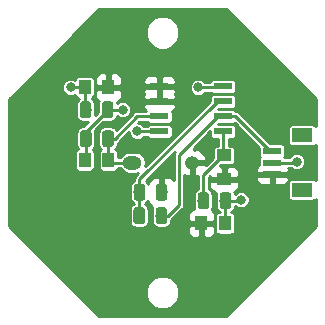
<source format=gbr>
G04 #@! TF.GenerationSoftware,KiCad,Pcbnew,(5.0.0)*
G04 #@! TF.CreationDate,2018-11-17T14:21:24+01:00*
G04 #@! TF.ProjectId,photoDiode_MDversion,70686F746F44696F64655F4D44766572,rev?*
G04 #@! TF.SameCoordinates,Original*
G04 #@! TF.FileFunction,Copper,L4,Bot,Signal*
G04 #@! TF.FilePolarity,Positive*
%FSLAX46Y46*%
G04 Gerber Fmt 4.6, Leading zero omitted, Abs format (unit mm)*
G04 Created by KiCad (PCBNEW (5.0.0)) date 11/17/18 14:21:24*
%MOMM*%
%LPD*%
G01*
G04 APERTURE LIST*
G04 #@! TA.AperFunction,Conductor*
%ADD10C,0.100000*%
G04 #@! TD*
G04 #@! TA.AperFunction,SMDPad,CuDef*
%ADD11C,0.975000*%
G04 #@! TD*
G04 #@! TA.AperFunction,SMDPad,CuDef*
%ADD12R,1.000000X1.250000*%
G04 #@! TD*
G04 #@! TA.AperFunction,SMDPad,CuDef*
%ADD13R,1.250000X1.000000*%
G04 #@! TD*
G04 #@! TA.AperFunction,ComponentPad*
%ADD14O,1.600000X1.200000*%
G04 #@! TD*
G04 #@! TA.AperFunction,ComponentPad*
%ADD15O,1.200000X1.200000*%
G04 #@! TD*
G04 #@! TA.AperFunction,SMDPad,CuDef*
%ADD16R,1.550000X0.600000*%
G04 #@! TD*
G04 #@! TA.AperFunction,SMDPad,CuDef*
%ADD17R,1.800000X1.200000*%
G04 #@! TD*
G04 #@! TA.AperFunction,SMDPad,CuDef*
%ADD18R,1.000000X3.800000*%
G04 #@! TD*
G04 #@! TA.AperFunction,SMDPad,CuDef*
%ADD19R,3.800000X1.000000*%
G04 #@! TD*
G04 #@! TA.AperFunction,SMDPad,CuDef*
%ADD20C,1.000000*%
G04 #@! TD*
G04 #@! TA.AperFunction,ViaPad*
%ADD21C,0.800000*%
G04 #@! TD*
G04 #@! TA.AperFunction,Conductor*
%ADD22C,0.250000*%
G04 #@! TD*
G04 #@! TA.AperFunction,Conductor*
%ADD23C,0.254000*%
G04 #@! TD*
G04 APERTURE END LIST*
D10*
G04 #@! TO.N,Net-(R3-Pad1)*
G04 #@! TO.C,R3*
G36*
X148301296Y-98791397D02*
X148324957Y-98794907D01*
X148348161Y-98800719D01*
X148370683Y-98808777D01*
X148392307Y-98819005D01*
X148412824Y-98831302D01*
X148432037Y-98845552D01*
X148449761Y-98861616D01*
X148465825Y-98879340D01*
X148480075Y-98898553D01*
X148492372Y-98919070D01*
X148502600Y-98940694D01*
X148510658Y-98963216D01*
X148516470Y-98986420D01*
X148519980Y-99010081D01*
X148521154Y-99033973D01*
X148521154Y-99946473D01*
X148519980Y-99970365D01*
X148516470Y-99994026D01*
X148510658Y-100017230D01*
X148502600Y-100039752D01*
X148492372Y-100061376D01*
X148480075Y-100081893D01*
X148465825Y-100101106D01*
X148449761Y-100118830D01*
X148432037Y-100134894D01*
X148412824Y-100149144D01*
X148392307Y-100161441D01*
X148370683Y-100171669D01*
X148348161Y-100179727D01*
X148324957Y-100185539D01*
X148301296Y-100189049D01*
X148277404Y-100190223D01*
X147789904Y-100190223D01*
X147766012Y-100189049D01*
X147742351Y-100185539D01*
X147719147Y-100179727D01*
X147696625Y-100171669D01*
X147675001Y-100161441D01*
X147654484Y-100149144D01*
X147635271Y-100134894D01*
X147617547Y-100118830D01*
X147601483Y-100101106D01*
X147587233Y-100081893D01*
X147574936Y-100061376D01*
X147564708Y-100039752D01*
X147556650Y-100017230D01*
X147550838Y-99994026D01*
X147547328Y-99970365D01*
X147546154Y-99946473D01*
X147546154Y-99033973D01*
X147547328Y-99010081D01*
X147550838Y-98986420D01*
X147556650Y-98963216D01*
X147564708Y-98940694D01*
X147574936Y-98919070D01*
X147587233Y-98898553D01*
X147601483Y-98879340D01*
X147617547Y-98861616D01*
X147635271Y-98845552D01*
X147654484Y-98831302D01*
X147675001Y-98819005D01*
X147696625Y-98808777D01*
X147719147Y-98800719D01*
X147742351Y-98794907D01*
X147766012Y-98791397D01*
X147789904Y-98790223D01*
X148277404Y-98790223D01*
X148301296Y-98791397D01*
X148301296Y-98791397D01*
G37*
D11*
G04 #@! TD*
G04 #@! TO.P,R3,1*
G04 #@! TO.N,Net-(R3-Pad1)*
X148033654Y-99490223D03*
D10*
G04 #@! TO.N,/A*
G04 #@! TO.C,R3*
G36*
X150176296Y-98791397D02*
X150199957Y-98794907D01*
X150223161Y-98800719D01*
X150245683Y-98808777D01*
X150267307Y-98819005D01*
X150287824Y-98831302D01*
X150307037Y-98845552D01*
X150324761Y-98861616D01*
X150340825Y-98879340D01*
X150355075Y-98898553D01*
X150367372Y-98919070D01*
X150377600Y-98940694D01*
X150385658Y-98963216D01*
X150391470Y-98986420D01*
X150394980Y-99010081D01*
X150396154Y-99033973D01*
X150396154Y-99946473D01*
X150394980Y-99970365D01*
X150391470Y-99994026D01*
X150385658Y-100017230D01*
X150377600Y-100039752D01*
X150367372Y-100061376D01*
X150355075Y-100081893D01*
X150340825Y-100101106D01*
X150324761Y-100118830D01*
X150307037Y-100134894D01*
X150287824Y-100149144D01*
X150267307Y-100161441D01*
X150245683Y-100171669D01*
X150223161Y-100179727D01*
X150199957Y-100185539D01*
X150176296Y-100189049D01*
X150152404Y-100190223D01*
X149664904Y-100190223D01*
X149641012Y-100189049D01*
X149617351Y-100185539D01*
X149594147Y-100179727D01*
X149571625Y-100171669D01*
X149550001Y-100161441D01*
X149529484Y-100149144D01*
X149510271Y-100134894D01*
X149492547Y-100118830D01*
X149476483Y-100101106D01*
X149462233Y-100081893D01*
X149449936Y-100061376D01*
X149439708Y-100039752D01*
X149431650Y-100017230D01*
X149425838Y-99994026D01*
X149422328Y-99970365D01*
X149421154Y-99946473D01*
X149421154Y-99033973D01*
X149422328Y-99010081D01*
X149425838Y-98986420D01*
X149431650Y-98963216D01*
X149439708Y-98940694D01*
X149449936Y-98919070D01*
X149462233Y-98898553D01*
X149476483Y-98879340D01*
X149492547Y-98861616D01*
X149510271Y-98845552D01*
X149529484Y-98831302D01*
X149550001Y-98819005D01*
X149571625Y-98808777D01*
X149594147Y-98800719D01*
X149617351Y-98794907D01*
X149641012Y-98791397D01*
X149664904Y-98790223D01*
X150152404Y-98790223D01*
X150176296Y-98791397D01*
X150176296Y-98791397D01*
G37*
D11*
G04 #@! TD*
G04 #@! TO.P,R3,2*
G04 #@! TO.N,/A*
X149908654Y-99490223D03*
D10*
G04 #@! TO.N,Net-(R3-Pad1)*
G04 #@! TO.C,R4*
G36*
X148326296Y-96816397D02*
X148349957Y-96819907D01*
X148373161Y-96825719D01*
X148395683Y-96833777D01*
X148417307Y-96844005D01*
X148437824Y-96856302D01*
X148457037Y-96870552D01*
X148474761Y-96886616D01*
X148490825Y-96904340D01*
X148505075Y-96923553D01*
X148517372Y-96944070D01*
X148527600Y-96965694D01*
X148535658Y-96988216D01*
X148541470Y-97011420D01*
X148544980Y-97035081D01*
X148546154Y-97058973D01*
X148546154Y-97971473D01*
X148544980Y-97995365D01*
X148541470Y-98019026D01*
X148535658Y-98042230D01*
X148527600Y-98064752D01*
X148517372Y-98086376D01*
X148505075Y-98106893D01*
X148490825Y-98126106D01*
X148474761Y-98143830D01*
X148457037Y-98159894D01*
X148437824Y-98174144D01*
X148417307Y-98186441D01*
X148395683Y-98196669D01*
X148373161Y-98204727D01*
X148349957Y-98210539D01*
X148326296Y-98214049D01*
X148302404Y-98215223D01*
X147814904Y-98215223D01*
X147791012Y-98214049D01*
X147767351Y-98210539D01*
X147744147Y-98204727D01*
X147721625Y-98196669D01*
X147700001Y-98186441D01*
X147679484Y-98174144D01*
X147660271Y-98159894D01*
X147642547Y-98143830D01*
X147626483Y-98126106D01*
X147612233Y-98106893D01*
X147599936Y-98086376D01*
X147589708Y-98064752D01*
X147581650Y-98042230D01*
X147575838Y-98019026D01*
X147572328Y-97995365D01*
X147571154Y-97971473D01*
X147571154Y-97058973D01*
X147572328Y-97035081D01*
X147575838Y-97011420D01*
X147581650Y-96988216D01*
X147589708Y-96965694D01*
X147599936Y-96944070D01*
X147612233Y-96923553D01*
X147626483Y-96904340D01*
X147642547Y-96886616D01*
X147660271Y-96870552D01*
X147679484Y-96856302D01*
X147700001Y-96844005D01*
X147721625Y-96833777D01*
X147744147Y-96825719D01*
X147767351Y-96819907D01*
X147791012Y-96816397D01*
X147814904Y-96815223D01*
X148302404Y-96815223D01*
X148326296Y-96816397D01*
X148326296Y-96816397D01*
G37*
D11*
G04 #@! TD*
G04 #@! TO.P,R4,2*
G04 #@! TO.N,Net-(R3-Pad1)*
X148058654Y-97515223D03*
D10*
G04 #@! TO.N,GND*
G04 #@! TO.C,R4*
G36*
X150201296Y-96816397D02*
X150224957Y-96819907D01*
X150248161Y-96825719D01*
X150270683Y-96833777D01*
X150292307Y-96844005D01*
X150312824Y-96856302D01*
X150332037Y-96870552D01*
X150349761Y-96886616D01*
X150365825Y-96904340D01*
X150380075Y-96923553D01*
X150392372Y-96944070D01*
X150402600Y-96965694D01*
X150410658Y-96988216D01*
X150416470Y-97011420D01*
X150419980Y-97035081D01*
X150421154Y-97058973D01*
X150421154Y-97971473D01*
X150419980Y-97995365D01*
X150416470Y-98019026D01*
X150410658Y-98042230D01*
X150402600Y-98064752D01*
X150392372Y-98086376D01*
X150380075Y-98106893D01*
X150365825Y-98126106D01*
X150349761Y-98143830D01*
X150332037Y-98159894D01*
X150312824Y-98174144D01*
X150292307Y-98186441D01*
X150270683Y-98196669D01*
X150248161Y-98204727D01*
X150224957Y-98210539D01*
X150201296Y-98214049D01*
X150177404Y-98215223D01*
X149689904Y-98215223D01*
X149666012Y-98214049D01*
X149642351Y-98210539D01*
X149619147Y-98204727D01*
X149596625Y-98196669D01*
X149575001Y-98186441D01*
X149554484Y-98174144D01*
X149535271Y-98159894D01*
X149517547Y-98143830D01*
X149501483Y-98126106D01*
X149487233Y-98106893D01*
X149474936Y-98086376D01*
X149464708Y-98064752D01*
X149456650Y-98042230D01*
X149450838Y-98019026D01*
X149447328Y-97995365D01*
X149446154Y-97971473D01*
X149446154Y-97058973D01*
X149447328Y-97035081D01*
X149450838Y-97011420D01*
X149456650Y-96988216D01*
X149464708Y-96965694D01*
X149474936Y-96944070D01*
X149487233Y-96923553D01*
X149501483Y-96904340D01*
X149517547Y-96886616D01*
X149535271Y-96870552D01*
X149554484Y-96856302D01*
X149575001Y-96844005D01*
X149596625Y-96833777D01*
X149619147Y-96825719D01*
X149642351Y-96819907D01*
X149666012Y-96816397D01*
X149689904Y-96815223D01*
X150177404Y-96815223D01*
X150201296Y-96816397D01*
X150201296Y-96816397D01*
G37*
D11*
G04 #@! TD*
G04 #@! TO.P,R4,1*
G04 #@! TO.N,GND*
X149933654Y-97515223D03*
D12*
G04 #@! TO.P,C2,1*
G04 #@! TO.N,Net-(C2-Pad1)*
X143425000Y-94800000D03*
G04 #@! TO.P,C2,2*
G04 #@! TO.N,Net-(C2-Pad2)*
X145425000Y-94800000D03*
G04 #@! TD*
D10*
G04 #@! TO.N,Net-(C2-Pad2)*
G04 #@! TO.C,R1*
G36*
X145655142Y-92276174D02*
X145678803Y-92279684D01*
X145702007Y-92285496D01*
X145724529Y-92293554D01*
X145746153Y-92303782D01*
X145766670Y-92316079D01*
X145785883Y-92330329D01*
X145803607Y-92346393D01*
X145819671Y-92364117D01*
X145833921Y-92383330D01*
X145846218Y-92403847D01*
X145856446Y-92425471D01*
X145864504Y-92447993D01*
X145870316Y-92471197D01*
X145873826Y-92494858D01*
X145875000Y-92518750D01*
X145875000Y-93431250D01*
X145873826Y-93455142D01*
X145870316Y-93478803D01*
X145864504Y-93502007D01*
X145856446Y-93524529D01*
X145846218Y-93546153D01*
X145833921Y-93566670D01*
X145819671Y-93585883D01*
X145803607Y-93603607D01*
X145785883Y-93619671D01*
X145766670Y-93633921D01*
X145746153Y-93646218D01*
X145724529Y-93656446D01*
X145702007Y-93664504D01*
X145678803Y-93670316D01*
X145655142Y-93673826D01*
X145631250Y-93675000D01*
X145143750Y-93675000D01*
X145119858Y-93673826D01*
X145096197Y-93670316D01*
X145072993Y-93664504D01*
X145050471Y-93656446D01*
X145028847Y-93646218D01*
X145008330Y-93633921D01*
X144989117Y-93619671D01*
X144971393Y-93603607D01*
X144955329Y-93585883D01*
X144941079Y-93566670D01*
X144928782Y-93546153D01*
X144918554Y-93524529D01*
X144910496Y-93502007D01*
X144904684Y-93478803D01*
X144901174Y-93455142D01*
X144900000Y-93431250D01*
X144900000Y-92518750D01*
X144901174Y-92494858D01*
X144904684Y-92471197D01*
X144910496Y-92447993D01*
X144918554Y-92425471D01*
X144928782Y-92403847D01*
X144941079Y-92383330D01*
X144955329Y-92364117D01*
X144971393Y-92346393D01*
X144989117Y-92330329D01*
X145008330Y-92316079D01*
X145028847Y-92303782D01*
X145050471Y-92293554D01*
X145072993Y-92285496D01*
X145096197Y-92279684D01*
X145119858Y-92276174D01*
X145143750Y-92275000D01*
X145631250Y-92275000D01*
X145655142Y-92276174D01*
X145655142Y-92276174D01*
G37*
D11*
G04 #@! TD*
G04 #@! TO.P,R1,1*
G04 #@! TO.N,Net-(C2-Pad2)*
X145387500Y-92975000D03*
D10*
G04 #@! TO.N,Net-(C2-Pad1)*
G04 #@! TO.C,R1*
G36*
X143780142Y-92276174D02*
X143803803Y-92279684D01*
X143827007Y-92285496D01*
X143849529Y-92293554D01*
X143871153Y-92303782D01*
X143891670Y-92316079D01*
X143910883Y-92330329D01*
X143928607Y-92346393D01*
X143944671Y-92364117D01*
X143958921Y-92383330D01*
X143971218Y-92403847D01*
X143981446Y-92425471D01*
X143989504Y-92447993D01*
X143995316Y-92471197D01*
X143998826Y-92494858D01*
X144000000Y-92518750D01*
X144000000Y-93431250D01*
X143998826Y-93455142D01*
X143995316Y-93478803D01*
X143989504Y-93502007D01*
X143981446Y-93524529D01*
X143971218Y-93546153D01*
X143958921Y-93566670D01*
X143944671Y-93585883D01*
X143928607Y-93603607D01*
X143910883Y-93619671D01*
X143891670Y-93633921D01*
X143871153Y-93646218D01*
X143849529Y-93656446D01*
X143827007Y-93664504D01*
X143803803Y-93670316D01*
X143780142Y-93673826D01*
X143756250Y-93675000D01*
X143268750Y-93675000D01*
X143244858Y-93673826D01*
X143221197Y-93670316D01*
X143197993Y-93664504D01*
X143175471Y-93656446D01*
X143153847Y-93646218D01*
X143133330Y-93633921D01*
X143114117Y-93619671D01*
X143096393Y-93603607D01*
X143080329Y-93585883D01*
X143066079Y-93566670D01*
X143053782Y-93546153D01*
X143043554Y-93524529D01*
X143035496Y-93502007D01*
X143029684Y-93478803D01*
X143026174Y-93455142D01*
X143025000Y-93431250D01*
X143025000Y-92518750D01*
X143026174Y-92494858D01*
X143029684Y-92471197D01*
X143035496Y-92447993D01*
X143043554Y-92425471D01*
X143053782Y-92403847D01*
X143066079Y-92383330D01*
X143080329Y-92364117D01*
X143096393Y-92346393D01*
X143114117Y-92330329D01*
X143133330Y-92316079D01*
X143153847Y-92303782D01*
X143175471Y-92293554D01*
X143197993Y-92285496D01*
X143221197Y-92279684D01*
X143244858Y-92276174D01*
X143268750Y-92275000D01*
X143756250Y-92275000D01*
X143780142Y-92276174D01*
X143780142Y-92276174D01*
G37*
D11*
G04 #@! TD*
G04 #@! TO.P,R1,2*
G04 #@! TO.N,Net-(C2-Pad1)*
X143512500Y-92975000D03*
D10*
G04 #@! TO.N,Net-(C2-Pad1)*
G04 #@! TO.C,R2*
G36*
X145630142Y-89826174D02*
X145653803Y-89829684D01*
X145677007Y-89835496D01*
X145699529Y-89843554D01*
X145721153Y-89853782D01*
X145741670Y-89866079D01*
X145760883Y-89880329D01*
X145778607Y-89896393D01*
X145794671Y-89914117D01*
X145808921Y-89933330D01*
X145821218Y-89953847D01*
X145831446Y-89975471D01*
X145839504Y-89997993D01*
X145845316Y-90021197D01*
X145848826Y-90044858D01*
X145850000Y-90068750D01*
X145850000Y-90981250D01*
X145848826Y-91005142D01*
X145845316Y-91028803D01*
X145839504Y-91052007D01*
X145831446Y-91074529D01*
X145821218Y-91096153D01*
X145808921Y-91116670D01*
X145794671Y-91135883D01*
X145778607Y-91153607D01*
X145760883Y-91169671D01*
X145741670Y-91183921D01*
X145721153Y-91196218D01*
X145699529Y-91206446D01*
X145677007Y-91214504D01*
X145653803Y-91220316D01*
X145630142Y-91223826D01*
X145606250Y-91225000D01*
X145118750Y-91225000D01*
X145094858Y-91223826D01*
X145071197Y-91220316D01*
X145047993Y-91214504D01*
X145025471Y-91206446D01*
X145003847Y-91196218D01*
X144983330Y-91183921D01*
X144964117Y-91169671D01*
X144946393Y-91153607D01*
X144930329Y-91135883D01*
X144916079Y-91116670D01*
X144903782Y-91096153D01*
X144893554Y-91074529D01*
X144885496Y-91052007D01*
X144879684Y-91028803D01*
X144876174Y-91005142D01*
X144875000Y-90981250D01*
X144875000Y-90068750D01*
X144876174Y-90044858D01*
X144879684Y-90021197D01*
X144885496Y-89997993D01*
X144893554Y-89975471D01*
X144903782Y-89953847D01*
X144916079Y-89933330D01*
X144930329Y-89914117D01*
X144946393Y-89896393D01*
X144964117Y-89880329D01*
X144983330Y-89866079D01*
X145003847Y-89853782D01*
X145025471Y-89843554D01*
X145047993Y-89835496D01*
X145071197Y-89829684D01*
X145094858Y-89826174D01*
X145118750Y-89825000D01*
X145606250Y-89825000D01*
X145630142Y-89826174D01*
X145630142Y-89826174D01*
G37*
D11*
G04 #@! TD*
G04 #@! TO.P,R2,1*
G04 #@! TO.N,Net-(C2-Pad1)*
X145362500Y-90525000D03*
D10*
G04 #@! TO.N,Net-(C4-Pad1)*
G04 #@! TO.C,R2*
G36*
X143755142Y-89826174D02*
X143778803Y-89829684D01*
X143802007Y-89835496D01*
X143824529Y-89843554D01*
X143846153Y-89853782D01*
X143866670Y-89866079D01*
X143885883Y-89880329D01*
X143903607Y-89896393D01*
X143919671Y-89914117D01*
X143933921Y-89933330D01*
X143946218Y-89953847D01*
X143956446Y-89975471D01*
X143964504Y-89997993D01*
X143970316Y-90021197D01*
X143973826Y-90044858D01*
X143975000Y-90068750D01*
X143975000Y-90981250D01*
X143973826Y-91005142D01*
X143970316Y-91028803D01*
X143964504Y-91052007D01*
X143956446Y-91074529D01*
X143946218Y-91096153D01*
X143933921Y-91116670D01*
X143919671Y-91135883D01*
X143903607Y-91153607D01*
X143885883Y-91169671D01*
X143866670Y-91183921D01*
X143846153Y-91196218D01*
X143824529Y-91206446D01*
X143802007Y-91214504D01*
X143778803Y-91220316D01*
X143755142Y-91223826D01*
X143731250Y-91225000D01*
X143243750Y-91225000D01*
X143219858Y-91223826D01*
X143196197Y-91220316D01*
X143172993Y-91214504D01*
X143150471Y-91206446D01*
X143128847Y-91196218D01*
X143108330Y-91183921D01*
X143089117Y-91169671D01*
X143071393Y-91153607D01*
X143055329Y-91135883D01*
X143041079Y-91116670D01*
X143028782Y-91096153D01*
X143018554Y-91074529D01*
X143010496Y-91052007D01*
X143004684Y-91028803D01*
X143001174Y-91005142D01*
X143000000Y-90981250D01*
X143000000Y-90068750D01*
X143001174Y-90044858D01*
X143004684Y-90021197D01*
X143010496Y-89997993D01*
X143018554Y-89975471D01*
X143028782Y-89953847D01*
X143041079Y-89933330D01*
X143055329Y-89914117D01*
X143071393Y-89896393D01*
X143089117Y-89880329D01*
X143108330Y-89866079D01*
X143128847Y-89853782D01*
X143150471Y-89843554D01*
X143172993Y-89835496D01*
X143196197Y-89829684D01*
X143219858Y-89826174D01*
X143243750Y-89825000D01*
X143731250Y-89825000D01*
X143755142Y-89826174D01*
X143755142Y-89826174D01*
G37*
D11*
G04 #@! TD*
G04 #@! TO.P,R2,2*
G04 #@! TO.N,Net-(C4-Pad1)*
X143487500Y-90525000D03*
D13*
G04 #@! TO.P,C1,2*
G04 #@! TO.N,GND*
X155225000Y-96400000D03*
G04 #@! TO.P,C1,1*
G04 #@! TO.N,Net-(C1-Pad1)*
X155225000Y-94400000D03*
G04 #@! TD*
D14*
G04 #@! TO.P,D1,1*
G04 #@! TO.N,Net-(C2-Pad2)*
X147460000Y-95000000D03*
D15*
G04 #@! TO.P,D1,2*
G04 #@! TO.N,GND*
X152540000Y-95000000D03*
G04 #@! TD*
D16*
G04 #@! TO.P,J1,1*
G04 #@! TO.N,GND*
X159300000Y-96000000D03*
G04 #@! TO.P,J1,2*
G04 #@! TO.N,+5V*
X159300000Y-95000000D03*
G04 #@! TO.P,J1,3*
G04 #@! TO.N,/A*
X159300000Y-94000000D03*
D17*
G04 #@! TO.P,J1,MP*
G04 #@! TO.N,N/C*
X161825000Y-97300000D03*
X161825000Y-92700000D03*
G04 #@! TD*
D12*
G04 #@! TO.P,C3,2*
G04 #@! TO.N,+5V*
X155300000Y-100150000D03*
G04 #@! TO.P,C3,1*
G04 #@! TO.N,GND*
X153300000Y-100150000D03*
G04 #@! TD*
G04 #@! TO.P,C4,1*
G04 #@! TO.N,Net-(C4-Pad1)*
X143425000Y-88625000D03*
G04 #@! TO.P,C4,2*
G04 #@! TO.N,GND*
X145425000Y-88625000D03*
G04 #@! TD*
D10*
G04 #@! TO.N,+5V*
G04 #@! TO.C,L1*
G36*
X155605142Y-97526174D02*
X155628803Y-97529684D01*
X155652007Y-97535496D01*
X155674529Y-97543554D01*
X155696153Y-97553782D01*
X155716670Y-97566079D01*
X155735883Y-97580329D01*
X155753607Y-97596393D01*
X155769671Y-97614117D01*
X155783921Y-97633330D01*
X155796218Y-97653847D01*
X155806446Y-97675471D01*
X155814504Y-97697993D01*
X155820316Y-97721197D01*
X155823826Y-97744858D01*
X155825000Y-97768750D01*
X155825000Y-98681250D01*
X155823826Y-98705142D01*
X155820316Y-98728803D01*
X155814504Y-98752007D01*
X155806446Y-98774529D01*
X155796218Y-98796153D01*
X155783921Y-98816670D01*
X155769671Y-98835883D01*
X155753607Y-98853607D01*
X155735883Y-98869671D01*
X155716670Y-98883921D01*
X155696153Y-98896218D01*
X155674529Y-98906446D01*
X155652007Y-98914504D01*
X155628803Y-98920316D01*
X155605142Y-98923826D01*
X155581250Y-98925000D01*
X155093750Y-98925000D01*
X155069858Y-98923826D01*
X155046197Y-98920316D01*
X155022993Y-98914504D01*
X155000471Y-98906446D01*
X154978847Y-98896218D01*
X154958330Y-98883921D01*
X154939117Y-98869671D01*
X154921393Y-98853607D01*
X154905329Y-98835883D01*
X154891079Y-98816670D01*
X154878782Y-98796153D01*
X154868554Y-98774529D01*
X154860496Y-98752007D01*
X154854684Y-98728803D01*
X154851174Y-98705142D01*
X154850000Y-98681250D01*
X154850000Y-97768750D01*
X154851174Y-97744858D01*
X154854684Y-97721197D01*
X154860496Y-97697993D01*
X154868554Y-97675471D01*
X154878782Y-97653847D01*
X154891079Y-97633330D01*
X154905329Y-97614117D01*
X154921393Y-97596393D01*
X154939117Y-97580329D01*
X154958330Y-97566079D01*
X154978847Y-97553782D01*
X155000471Y-97543554D01*
X155022993Y-97535496D01*
X155046197Y-97529684D01*
X155069858Y-97526174D01*
X155093750Y-97525000D01*
X155581250Y-97525000D01*
X155605142Y-97526174D01*
X155605142Y-97526174D01*
G37*
D11*
G04 #@! TD*
G04 #@! TO.P,L1,1*
G04 #@! TO.N,+5V*
X155337500Y-98225000D03*
D10*
G04 #@! TO.N,Net-(C1-Pad1)*
G04 #@! TO.C,L1*
G36*
X153730142Y-97526174D02*
X153753803Y-97529684D01*
X153777007Y-97535496D01*
X153799529Y-97543554D01*
X153821153Y-97553782D01*
X153841670Y-97566079D01*
X153860883Y-97580329D01*
X153878607Y-97596393D01*
X153894671Y-97614117D01*
X153908921Y-97633330D01*
X153921218Y-97653847D01*
X153931446Y-97675471D01*
X153939504Y-97697993D01*
X153945316Y-97721197D01*
X153948826Y-97744858D01*
X153950000Y-97768750D01*
X153950000Y-98681250D01*
X153948826Y-98705142D01*
X153945316Y-98728803D01*
X153939504Y-98752007D01*
X153931446Y-98774529D01*
X153921218Y-98796153D01*
X153908921Y-98816670D01*
X153894671Y-98835883D01*
X153878607Y-98853607D01*
X153860883Y-98869671D01*
X153841670Y-98883921D01*
X153821153Y-98896218D01*
X153799529Y-98906446D01*
X153777007Y-98914504D01*
X153753803Y-98920316D01*
X153730142Y-98923826D01*
X153706250Y-98925000D01*
X153218750Y-98925000D01*
X153194858Y-98923826D01*
X153171197Y-98920316D01*
X153147993Y-98914504D01*
X153125471Y-98906446D01*
X153103847Y-98896218D01*
X153083330Y-98883921D01*
X153064117Y-98869671D01*
X153046393Y-98853607D01*
X153030329Y-98835883D01*
X153016079Y-98816670D01*
X153003782Y-98796153D01*
X152993554Y-98774529D01*
X152985496Y-98752007D01*
X152979684Y-98728803D01*
X152976174Y-98705142D01*
X152975000Y-98681250D01*
X152975000Y-97768750D01*
X152976174Y-97744858D01*
X152979684Y-97721197D01*
X152985496Y-97697993D01*
X152993554Y-97675471D01*
X153003782Y-97653847D01*
X153016079Y-97633330D01*
X153030329Y-97614117D01*
X153046393Y-97596393D01*
X153064117Y-97580329D01*
X153083330Y-97566079D01*
X153103847Y-97553782D01*
X153125471Y-97543554D01*
X153147993Y-97535496D01*
X153171197Y-97529684D01*
X153194858Y-97526174D01*
X153218750Y-97525000D01*
X153706250Y-97525000D01*
X153730142Y-97526174D01*
X153730142Y-97526174D01*
G37*
D11*
G04 #@! TD*
G04 #@! TO.P,L1,2*
G04 #@! TO.N,Net-(C1-Pad1)*
X153462500Y-98225000D03*
D16*
G04 #@! TO.P,U1,1*
G04 #@! TO.N,Net-(C2-Pad1)*
X149750000Y-92355000D03*
G04 #@! TO.P,U1,2*
G04 #@! TO.N,Net-(C2-Pad2)*
X149750000Y-91085000D03*
G04 #@! TO.P,U1,3*
G04 #@! TO.N,GND*
X149750000Y-89815000D03*
G04 #@! TO.P,U1,4*
X149750000Y-88545000D03*
G04 #@! TO.P,U1,5*
G04 #@! TO.N,Net-(C4-Pad1)*
X155150000Y-88545000D03*
G04 #@! TO.P,U1,6*
G04 #@! TO.N,Net-(R3-Pad1)*
X155150000Y-89815000D03*
G04 #@! TO.P,U1,7*
G04 #@! TO.N,/A*
X155150000Y-91085000D03*
G04 #@! TO.P,U1,8*
G04 #@! TO.N,Net-(C1-Pad1)*
X155150000Y-92355000D03*
G04 #@! TD*
D18*
G04 #@! TO.P,U2,1*
G04 #@! TO.N,GND*
X157150000Y-95000000D03*
X140850000Y-95000000D03*
D19*
X149000000Y-103150000D03*
X149000000Y-86850000D03*
D20*
X155375000Y-103150000D03*
D10*
G04 #@! TD*
G04 #@! TO.N,GND*
G04 #@! TO.C,U2*
G36*
X157650000Y-103650000D02*
X153100000Y-103650000D01*
X153100000Y-102650000D01*
X157650000Y-102650000D01*
X157650000Y-103650000D01*
X157650000Y-103650000D01*
G37*
D20*
G04 #@! TO.P,U2,1*
G04 #@! TO.N,GND*
X157150000Y-101375000D03*
D10*
G04 #@! TD*
G04 #@! TO.N,GND*
G04 #@! TO.C,U2*
G36*
X156650000Y-103650000D02*
X156650000Y-99100000D01*
X157650000Y-99100000D01*
X157650000Y-103650000D01*
X156650000Y-103650000D01*
X156650000Y-103650000D01*
G37*
D20*
G04 #@! TO.P,U2,1*
G04 #@! TO.N,GND*
X142625000Y-103150000D03*
D10*
G04 #@! TD*
G04 #@! TO.N,GND*
G04 #@! TO.C,U2*
G36*
X144900000Y-103650000D02*
X140350000Y-103650000D01*
X140350000Y-102650000D01*
X144900000Y-102650000D01*
X144900000Y-103650000D01*
X144900000Y-103650000D01*
G37*
D20*
G04 #@! TO.P,U2,1*
G04 #@! TO.N,GND*
X140850000Y-101375000D03*
D10*
G04 #@! TD*
G04 #@! TO.N,GND*
G04 #@! TO.C,U2*
G36*
X140350000Y-103650000D02*
X140350000Y-99100000D01*
X141350000Y-99100000D01*
X141350000Y-103650000D01*
X140350000Y-103650000D01*
X140350000Y-103650000D01*
G37*
D20*
G04 #@! TO.P,U2,1*
G04 #@! TO.N,GND*
X140850000Y-88625000D03*
D10*
G04 #@! TD*
G04 #@! TO.N,GND*
G04 #@! TO.C,U2*
G36*
X140350000Y-90900000D02*
X140350000Y-86350000D01*
X141350000Y-86350000D01*
X141350000Y-90900000D01*
X140350000Y-90900000D01*
X140350000Y-90900000D01*
G37*
D20*
G04 #@! TO.P,U2,1*
G04 #@! TO.N,GND*
X142625000Y-86850000D03*
D10*
G04 #@! TD*
G04 #@! TO.N,GND*
G04 #@! TO.C,U2*
G36*
X144900000Y-87350000D02*
X140350000Y-87350000D01*
X140350000Y-86350000D01*
X144900000Y-86350000D01*
X144900000Y-87350000D01*
X144900000Y-87350000D01*
G37*
D20*
G04 #@! TO.P,U2,1*
G04 #@! TO.N,GND*
X155375000Y-86850000D03*
D10*
G04 #@! TD*
G04 #@! TO.N,GND*
G04 #@! TO.C,U2*
G36*
X157650000Y-87350000D02*
X153100000Y-87350000D01*
X153100000Y-86350000D01*
X157650000Y-86350000D01*
X157650000Y-87350000D01*
X157650000Y-87350000D01*
G37*
D20*
G04 #@! TO.P,U2,1*
G04 #@! TO.N,GND*
X157150000Y-88625000D03*
D10*
G04 #@! TD*
G04 #@! TO.N,GND*
G04 #@! TO.C,U2*
G36*
X156650000Y-90900000D02*
X156650000Y-86350000D01*
X157650000Y-86350000D01*
X157650000Y-90900000D01*
X156650000Y-90900000D01*
X156650000Y-90900000D01*
G37*
D21*
G04 #@! TO.N,+5V*
X161375000Y-94925000D03*
X156650000Y-98150000D03*
G04 #@! TO.N,GND*
X138600000Y-89525000D03*
X138500000Y-97225000D03*
X145825000Y-105475000D03*
X153100000Y-105425000D03*
X159225000Y-100375000D03*
X160700000Y-89700000D03*
X158800000Y-89225000D03*
X155275000Y-84900000D03*
X145100000Y-84975000D03*
X153425000Y-82750000D03*
X142450000Y-97525000D03*
X143575000Y-99875000D03*
X146175000Y-101200000D03*
X150750000Y-101400000D03*
X161625000Y-100000000D03*
X159150000Y-97500000D03*
X138525000Y-93150000D03*
X138525000Y-100325000D03*
X145525000Y-82700000D03*
X156050000Y-105625000D03*
X159450000Y-102550000D03*
X137725000Y-95150000D03*
X143600000Y-105300000D03*
X150400000Y-95650000D03*
X149075000Y-93775000D03*
X153525000Y-93625000D03*
G04 #@! TO.N,Net-(C2-Pad1)*
X146625000Y-90525000D03*
X147875000Y-92350000D03*
G04 #@! TO.N,Net-(C4-Pad1)*
X142225000Y-88625000D03*
X153025000Y-88625000D03*
G04 #@! TD*
D22*
G04 #@! TO.N,+5V*
X155337500Y-100112500D02*
X155300000Y-100150000D01*
X155337500Y-98225000D02*
X155337500Y-100112500D01*
X161300000Y-95000000D02*
X161375000Y-94925000D01*
X159300000Y-95000000D02*
X161300000Y-95000000D01*
X156575000Y-98225000D02*
X156650000Y-98150000D01*
X155337500Y-98225000D02*
X156575000Y-98225000D01*
G04 #@! TO.N,/A*
X156175000Y-91085000D02*
X155150000Y-91085000D01*
X159090000Y-94000000D02*
X156175000Y-91085000D01*
X159300000Y-94000000D02*
X159090000Y-94000000D01*
X154675000Y-91085000D02*
X155150000Y-91085000D01*
X151400000Y-94360000D02*
X154675000Y-91085000D01*
X151400000Y-98586377D02*
X151400000Y-94360000D01*
X149908654Y-99490223D02*
X150496154Y-99490223D01*
X150496154Y-99490223D02*
X151400000Y-98586377D01*
G04 #@! TO.N,Net-(C2-Pad2)*
X145625000Y-95000000D02*
X145425000Y-94800000D01*
X147460000Y-95000000D02*
X145625000Y-95000000D01*
X145425000Y-93012500D02*
X145387500Y-92975000D01*
X145425000Y-94800000D02*
X145425000Y-93012500D01*
X148725000Y-91085000D02*
X149750000Y-91085000D01*
X147865000Y-91085000D02*
X148725000Y-91085000D01*
X145975000Y-92975000D02*
X147865000Y-91085000D01*
X145387500Y-92975000D02*
X145975000Y-92975000D01*
G04 #@! TO.N,Net-(C1-Pad1)*
X155150000Y-94325000D02*
X155225000Y-94400000D01*
X155150000Y-92355000D02*
X155150000Y-94325000D01*
X153462500Y-97425000D02*
X153462500Y-98225000D01*
X153462500Y-96037500D02*
X153462500Y-97425000D01*
X155100000Y-94400000D02*
X153462500Y-96037500D01*
X155225000Y-94400000D02*
X155100000Y-94400000D01*
G04 #@! TO.N,Net-(C2-Pad1)*
X143512500Y-92375000D02*
X143512500Y-92975000D01*
X145362500Y-90525000D02*
X143512500Y-92375000D01*
X145362500Y-90525000D02*
X146625000Y-90525000D01*
X149745000Y-92350000D02*
X149750000Y-92355000D01*
X147875000Y-92350000D02*
X149745000Y-92350000D01*
X143512500Y-94712500D02*
X143425000Y-94800000D01*
X143512500Y-92975000D02*
X143512500Y-94712500D01*
G04 #@! TO.N,Net-(C4-Pad1)*
X143425000Y-90462500D02*
X143487500Y-90525000D01*
X143425000Y-88625000D02*
X143425000Y-90462500D01*
X143425000Y-88625000D02*
X142675000Y-88625000D01*
X142675000Y-88625000D02*
X142225000Y-88625000D01*
X155070000Y-88625000D02*
X155150000Y-88545000D01*
X153025000Y-88625000D02*
X155070000Y-88625000D01*
G04 #@! TO.N,Net-(R3-Pad1)*
X148033654Y-97540223D02*
X148058654Y-97515223D01*
X148033654Y-99490223D02*
X148033654Y-97540223D01*
X148058654Y-96715223D02*
X148058654Y-97515223D01*
X148058654Y-96431346D02*
X148058654Y-96715223D01*
X154675000Y-89815000D02*
X148058654Y-96431346D01*
X155150000Y-89815000D02*
X154675000Y-89815000D01*
G04 #@! TD*
D23*
G04 #@! TO.N,GND*
G36*
X162969254Y-89627960D02*
X162969254Y-91876967D01*
X162960754Y-91864246D01*
X162852589Y-91791973D01*
X162725000Y-91766594D01*
X160925000Y-91766594D01*
X160797411Y-91791973D01*
X160689246Y-91864246D01*
X160616973Y-91972411D01*
X160591594Y-92100000D01*
X160591594Y-93300000D01*
X160616973Y-93427589D01*
X160689246Y-93535754D01*
X160797411Y-93608027D01*
X160925000Y-93633406D01*
X162725000Y-93633406D01*
X162852589Y-93608027D01*
X162960754Y-93535754D01*
X162969254Y-93523033D01*
X162969253Y-96476966D01*
X162960754Y-96464246D01*
X162852589Y-96391973D01*
X162725000Y-96366594D01*
X160925000Y-96366594D01*
X160797411Y-96391973D01*
X160696215Y-96459590D01*
X160710000Y-96426309D01*
X160710000Y-96285750D01*
X160551250Y-96127000D01*
X159427000Y-96127000D01*
X159427000Y-96776250D01*
X159585750Y-96935000D01*
X160201310Y-96935000D01*
X160434699Y-96838327D01*
X160596205Y-96676820D01*
X160591594Y-96700000D01*
X160591594Y-97900000D01*
X160616973Y-98027589D01*
X160689246Y-98135754D01*
X160797411Y-98208027D01*
X160925000Y-98233406D01*
X162725000Y-98233406D01*
X162852589Y-98208027D01*
X162960754Y-98135754D01*
X162969253Y-98123034D01*
X162969253Y-100372041D01*
X155372042Y-107969253D01*
X144627959Y-107969253D01*
X142374858Y-105716152D01*
X148573000Y-105716152D01*
X148573000Y-106283848D01*
X148790247Y-106808331D01*
X149191669Y-107209753D01*
X149716152Y-107427000D01*
X150283848Y-107427000D01*
X150808331Y-107209753D01*
X151209753Y-106808331D01*
X151427000Y-106283848D01*
X151427000Y-105716152D01*
X151209753Y-105191669D01*
X150808331Y-104790247D01*
X150283848Y-104573000D01*
X149716152Y-104573000D01*
X149191669Y-104790247D01*
X148790247Y-105191669D01*
X148573000Y-105716152D01*
X142374858Y-105716152D01*
X137030747Y-100372042D01*
X137030747Y-89627958D01*
X138178314Y-88480391D01*
X141498000Y-88480391D01*
X141498000Y-88769609D01*
X141608679Y-89036813D01*
X141813187Y-89241321D01*
X142080391Y-89352000D01*
X142369609Y-89352000D01*
X142593441Y-89259286D01*
X142616973Y-89377589D01*
X142689246Y-89485754D01*
X142797411Y-89558027D01*
X142925000Y-89583406D01*
X142951226Y-89583406D01*
X142835639Y-89660639D01*
X142710527Y-89847882D01*
X142666594Y-90068750D01*
X142666594Y-90981250D01*
X142710527Y-91202118D01*
X142835639Y-91389361D01*
X143022882Y-91514473D01*
X143243750Y-91558406D01*
X143689870Y-91558406D01*
X143306682Y-91941594D01*
X143268750Y-91941594D01*
X143047882Y-91985527D01*
X142860639Y-92110639D01*
X142735527Y-92297882D01*
X142691594Y-92518750D01*
X142691594Y-93431250D01*
X142735527Y-93652118D01*
X142860639Y-93839361D01*
X142877979Y-93850947D01*
X142797411Y-93866973D01*
X142689246Y-93939246D01*
X142616973Y-94047411D01*
X142591594Y-94175000D01*
X142591594Y-95425000D01*
X142616973Y-95552589D01*
X142689246Y-95660754D01*
X142797411Y-95733027D01*
X142925000Y-95758406D01*
X143925000Y-95758406D01*
X144052589Y-95733027D01*
X144160754Y-95660754D01*
X144233027Y-95552589D01*
X144258406Y-95425000D01*
X144258406Y-94175000D01*
X144233027Y-94047411D01*
X144160754Y-93939246D01*
X144087813Y-93890509D01*
X144164361Y-93839361D01*
X144289473Y-93652118D01*
X144333406Y-93431250D01*
X144333406Y-92518750D01*
X144566594Y-92518750D01*
X144566594Y-93431250D01*
X144610527Y-93652118D01*
X144735639Y-93839361D01*
X144787187Y-93873804D01*
X144689246Y-93939246D01*
X144616973Y-94047411D01*
X144591594Y-94175000D01*
X144591594Y-95425000D01*
X144616973Y-95552589D01*
X144689246Y-95660754D01*
X144797411Y-95733027D01*
X144925000Y-95758406D01*
X145925000Y-95758406D01*
X146052589Y-95733027D01*
X146160754Y-95660754D01*
X146233027Y-95552589D01*
X146253035Y-95452000D01*
X146447123Y-95452000D01*
X146591670Y-95668330D01*
X146898303Y-95873215D01*
X147168698Y-95927000D01*
X147751302Y-95927000D01*
X147966602Y-95884174D01*
X147770523Y-96080253D01*
X147732780Y-96105472D01*
X147673981Y-96193472D01*
X147632879Y-96254985D01*
X147597799Y-96431346D01*
X147606654Y-96475864D01*
X147606654Y-96523240D01*
X147594036Y-96525750D01*
X147406793Y-96650862D01*
X147281681Y-96838105D01*
X147237748Y-97058973D01*
X147237748Y-97971473D01*
X147281681Y-98192341D01*
X147406793Y-98379584D01*
X147581655Y-98496423D01*
X147581655Y-98498240D01*
X147569036Y-98500750D01*
X147381793Y-98625862D01*
X147256681Y-98813105D01*
X147212748Y-99033973D01*
X147212748Y-99946473D01*
X147256681Y-100167341D01*
X147381793Y-100354584D01*
X147569036Y-100479696D01*
X147789904Y-100523629D01*
X148277404Y-100523629D01*
X148498272Y-100479696D01*
X148685515Y-100354584D01*
X148810627Y-100167341D01*
X148854560Y-99946473D01*
X148854560Y-99033973D01*
X148810627Y-98813105D01*
X148685515Y-98625862D01*
X148508558Y-98507623D01*
X148523272Y-98504696D01*
X148710515Y-98379584D01*
X148811154Y-98228967D01*
X148811154Y-98341533D01*
X148907827Y-98574922D01*
X149086456Y-98753550D01*
X149153045Y-98781132D01*
X149131681Y-98813105D01*
X149087748Y-99033973D01*
X149087748Y-99946473D01*
X149131681Y-100167341D01*
X149256793Y-100354584D01*
X149444036Y-100479696D01*
X149664904Y-100523629D01*
X150152404Y-100523629D01*
X150373272Y-100479696D01*
X150439041Y-100435750D01*
X152165000Y-100435750D01*
X152165000Y-100901310D01*
X152261673Y-101134699D01*
X152440302Y-101313327D01*
X152673691Y-101410000D01*
X153014250Y-101410000D01*
X153173000Y-101251250D01*
X153173000Y-100277000D01*
X153427000Y-100277000D01*
X153427000Y-101251250D01*
X153585750Y-101410000D01*
X153926309Y-101410000D01*
X154159698Y-101313327D01*
X154338327Y-101134699D01*
X154435000Y-100901310D01*
X154435000Y-100435750D01*
X154276250Y-100277000D01*
X153427000Y-100277000D01*
X153173000Y-100277000D01*
X152323750Y-100277000D01*
X152165000Y-100435750D01*
X150439041Y-100435750D01*
X150560515Y-100354584D01*
X150685627Y-100167341D01*
X150729560Y-99946473D01*
X150729560Y-99877882D01*
X150822028Y-99816097D01*
X150847247Y-99778354D01*
X151688134Y-98937468D01*
X151725874Y-98912251D01*
X151825775Y-98762739D01*
X151852000Y-98630895D01*
X151852000Y-98630894D01*
X151860855Y-98586378D01*
X151852000Y-98541861D01*
X151852000Y-96011600D01*
X152222389Y-96193472D01*
X152413000Y-96069714D01*
X152413000Y-95127000D01*
X152393000Y-95127000D01*
X152393000Y-94873000D01*
X152413000Y-94873000D01*
X152413000Y-94853000D01*
X152667000Y-94853000D01*
X152667000Y-94873000D01*
X153608731Y-94873000D01*
X153733462Y-94682391D01*
X153608497Y-94380673D01*
X153290156Y-94018920D01*
X152857611Y-93806528D01*
X152667002Y-93930285D01*
X152667002Y-93765000D01*
X152634224Y-93765000D01*
X154041594Y-92357630D01*
X154041594Y-92655000D01*
X154066973Y-92782589D01*
X154139246Y-92890754D01*
X154247411Y-92963027D01*
X154375000Y-92988406D01*
X154698000Y-92988406D01*
X154698001Y-93566594D01*
X154600000Y-93566594D01*
X154472411Y-93591973D01*
X154364246Y-93664246D01*
X154291973Y-93772411D01*
X154266594Y-93900000D01*
X154266594Y-94594181D01*
X153658192Y-95202584D01*
X153608731Y-95127000D01*
X152667000Y-95127000D01*
X152667000Y-96069714D01*
X152857611Y-96193472D01*
X153010500Y-96118399D01*
X153010501Y-97233017D01*
X152997882Y-97235527D01*
X152810639Y-97360639D01*
X152685527Y-97547882D01*
X152641594Y-97768750D01*
X152641594Y-98681250D01*
X152683117Y-98890000D01*
X152673691Y-98890000D01*
X152440302Y-98986673D01*
X152261673Y-99165301D01*
X152165000Y-99398690D01*
X152165000Y-99864250D01*
X152323750Y-100023000D01*
X153173000Y-100023000D01*
X153173000Y-100003000D01*
X153427000Y-100003000D01*
X153427000Y-100023000D01*
X154276250Y-100023000D01*
X154435000Y-99864250D01*
X154435000Y-99398690D01*
X154338327Y-99165301D01*
X154173652Y-99000627D01*
X154239473Y-98902118D01*
X154283406Y-98681250D01*
X154283406Y-97768750D01*
X154239473Y-97547882D01*
X154114361Y-97360639D01*
X153927118Y-97235527D01*
X153914500Y-97233017D01*
X153914500Y-96685750D01*
X153965000Y-96685750D01*
X153965000Y-97026309D01*
X154061673Y-97259698D01*
X154240301Y-97438327D01*
X154473690Y-97535000D01*
X154569134Y-97535000D01*
X154560527Y-97547882D01*
X154516594Y-97768750D01*
X154516594Y-98681250D01*
X154560527Y-98902118D01*
X154685639Y-99089361D01*
X154838641Y-99191594D01*
X154800000Y-99191594D01*
X154672411Y-99216973D01*
X154564246Y-99289246D01*
X154491973Y-99397411D01*
X154466594Y-99525000D01*
X154466594Y-100775000D01*
X154491973Y-100902589D01*
X154564246Y-101010754D01*
X154672411Y-101083027D01*
X154800000Y-101108406D01*
X155800000Y-101108406D01*
X155927589Y-101083027D01*
X156035754Y-101010754D01*
X156108027Y-100902589D01*
X156133406Y-100775000D01*
X156133406Y-99525000D01*
X156108027Y-99397411D01*
X156035754Y-99289246D01*
X155927589Y-99216973D01*
X155828018Y-99197167D01*
X155989361Y-99089361D01*
X156114473Y-98902118D01*
X156157528Y-98685662D01*
X156238187Y-98766321D01*
X156505391Y-98877000D01*
X156794609Y-98877000D01*
X157061813Y-98766321D01*
X157266321Y-98561813D01*
X157377000Y-98294609D01*
X157377000Y-98005391D01*
X157266321Y-97738187D01*
X157061813Y-97533679D01*
X156794609Y-97423000D01*
X156505391Y-97423000D01*
X156238187Y-97533679D01*
X156132642Y-97639224D01*
X156114473Y-97547882D01*
X156077781Y-97492969D01*
X156209699Y-97438327D01*
X156388327Y-97259698D01*
X156485000Y-97026309D01*
X156485000Y-96685750D01*
X156326250Y-96527000D01*
X155352000Y-96527000D01*
X155352000Y-96547000D01*
X155098000Y-96547000D01*
X155098000Y-96527000D01*
X154123750Y-96527000D01*
X153965000Y-96685750D01*
X153914500Y-96685750D01*
X153914500Y-96285750D01*
X157890000Y-96285750D01*
X157890000Y-96426309D01*
X157986673Y-96659698D01*
X158165301Y-96838327D01*
X158398690Y-96935000D01*
X159014250Y-96935000D01*
X159173000Y-96776250D01*
X159173000Y-96127000D01*
X158048750Y-96127000D01*
X157890000Y-96285750D01*
X153914500Y-96285750D01*
X153914500Y-96224724D01*
X153994987Y-96144237D01*
X154123750Y-96273000D01*
X155098000Y-96273000D01*
X155098000Y-95423750D01*
X155352000Y-95423750D01*
X155352000Y-96273000D01*
X156326250Y-96273000D01*
X156485000Y-96114250D01*
X156485000Y-95773691D01*
X156388327Y-95540302D01*
X156209699Y-95361673D01*
X155976310Y-95265000D01*
X155510750Y-95265000D01*
X155352000Y-95423750D01*
X155098000Y-95423750D01*
X154939250Y-95265000D01*
X154874225Y-95265000D01*
X154905819Y-95233406D01*
X155850000Y-95233406D01*
X155977589Y-95208027D01*
X156085754Y-95135754D01*
X156158027Y-95027589D01*
X156183406Y-94900000D01*
X156183406Y-93900000D01*
X156158027Y-93772411D01*
X156085754Y-93664246D01*
X155977589Y-93591973D01*
X155850000Y-93566594D01*
X155602000Y-93566594D01*
X155602000Y-92988406D01*
X155925000Y-92988406D01*
X156052589Y-92963027D01*
X156160754Y-92890754D01*
X156233027Y-92782589D01*
X156258406Y-92655000D01*
X156258406Y-92055000D01*
X156233027Y-91927411D01*
X156160754Y-91819246D01*
X156052589Y-91746973D01*
X155925000Y-91721594D01*
X154677630Y-91721594D01*
X154680818Y-91718406D01*
X155925000Y-91718406D01*
X156052589Y-91693027D01*
X156107268Y-91656492D01*
X158191594Y-93740818D01*
X158191594Y-94300000D01*
X158216973Y-94427589D01*
X158265356Y-94500000D01*
X158216973Y-94572411D01*
X158191594Y-94700000D01*
X158191594Y-95150782D01*
X158165301Y-95161673D01*
X157986673Y-95340302D01*
X157890000Y-95573691D01*
X157890000Y-95714250D01*
X158048750Y-95873000D01*
X159173000Y-95873000D01*
X159173000Y-95853000D01*
X159427000Y-95853000D01*
X159427000Y-95873000D01*
X160551250Y-95873000D01*
X160710000Y-95714250D01*
X160710000Y-95573691D01*
X160659594Y-95452000D01*
X160873866Y-95452000D01*
X160963187Y-95541321D01*
X161230391Y-95652000D01*
X161519609Y-95652000D01*
X161786813Y-95541321D01*
X161991321Y-95336813D01*
X162102000Y-95069609D01*
X162102000Y-94780391D01*
X161991321Y-94513187D01*
X161786813Y-94308679D01*
X161519609Y-94198000D01*
X161230391Y-94198000D01*
X160963187Y-94308679D01*
X160758679Y-94513187D01*
X160744259Y-94548000D01*
X160366716Y-94548000D01*
X160334644Y-94500000D01*
X160383027Y-94427589D01*
X160408406Y-94300000D01*
X160408406Y-93700000D01*
X160383027Y-93572411D01*
X160310754Y-93464246D01*
X160202589Y-93391973D01*
X160075000Y-93366594D01*
X159095818Y-93366594D01*
X156526093Y-90796869D01*
X156500874Y-90759126D01*
X156351362Y-90659225D01*
X156219518Y-90633000D01*
X156216287Y-90632357D01*
X156160754Y-90549246D01*
X156052589Y-90476973D01*
X155925000Y-90451594D01*
X154677631Y-90451594D01*
X154680819Y-90448406D01*
X155925000Y-90448406D01*
X156052589Y-90423027D01*
X156160754Y-90350754D01*
X156233027Y-90242589D01*
X156258406Y-90115000D01*
X156258406Y-89515000D01*
X156233027Y-89387411D01*
X156160754Y-89279246D01*
X156052589Y-89206973D01*
X155925000Y-89181594D01*
X154375000Y-89181594D01*
X154247411Y-89206973D01*
X154139246Y-89279246D01*
X154066973Y-89387411D01*
X154041594Y-89515000D01*
X154041594Y-89809181D01*
X148544174Y-95306602D01*
X148605161Y-95000000D01*
X148533215Y-94638303D01*
X148328330Y-94331670D01*
X148021697Y-94126785D01*
X147751302Y-94073000D01*
X147168698Y-94073000D01*
X146898303Y-94126785D01*
X146591670Y-94331670D01*
X146447123Y-94548000D01*
X146258406Y-94548000D01*
X146258406Y-94175000D01*
X146233027Y-94047411D01*
X146160754Y-93939246D01*
X146052589Y-93866973D01*
X146010551Y-93858611D01*
X146039361Y-93839361D01*
X146164473Y-93652118D01*
X146208406Y-93431250D01*
X146208406Y-93362659D01*
X146300874Y-93300874D01*
X146326093Y-93263131D01*
X147148000Y-92441224D01*
X147148000Y-92494609D01*
X147258679Y-92761813D01*
X147463187Y-92966321D01*
X147730391Y-93077000D01*
X148019609Y-93077000D01*
X148286813Y-92966321D01*
X148451134Y-92802000D01*
X148679943Y-92802000D01*
X148739246Y-92890754D01*
X148847411Y-92963027D01*
X148975000Y-92988406D01*
X150525000Y-92988406D01*
X150652589Y-92963027D01*
X150760754Y-92890754D01*
X150833027Y-92782589D01*
X150858406Y-92655000D01*
X150858406Y-92055000D01*
X150833027Y-91927411D01*
X150760754Y-91819246D01*
X150652589Y-91746973D01*
X150525000Y-91721594D01*
X148975000Y-91721594D01*
X148847411Y-91746973D01*
X148739246Y-91819246D01*
X148686625Y-91898000D01*
X148451134Y-91898000D01*
X148286813Y-91733679D01*
X148019609Y-91623000D01*
X147966225Y-91623000D01*
X148052225Y-91537000D01*
X148683284Y-91537000D01*
X148739246Y-91620754D01*
X148847411Y-91693027D01*
X148975000Y-91718406D01*
X150525000Y-91718406D01*
X150652589Y-91693027D01*
X150760754Y-91620754D01*
X150833027Y-91512589D01*
X150858406Y-91385000D01*
X150858406Y-90785000D01*
X150836210Y-90673412D01*
X150884698Y-90653327D01*
X151063327Y-90474699D01*
X151160000Y-90241310D01*
X151160000Y-90100750D01*
X151001250Y-89942000D01*
X149877000Y-89942000D01*
X149877000Y-89962000D01*
X149623000Y-89962000D01*
X149623000Y-89942000D01*
X148498750Y-89942000D01*
X148340000Y-90100750D01*
X148340000Y-90241310D01*
X148436673Y-90474699D01*
X148594975Y-90633000D01*
X147909518Y-90633000D01*
X147865000Y-90624145D01*
X147820482Y-90633000D01*
X147688638Y-90659225D01*
X147539126Y-90759126D01*
X147513909Y-90796866D01*
X146103759Y-92207017D01*
X146039361Y-92110639D01*
X145852118Y-91985527D01*
X145631250Y-91941594D01*
X145143750Y-91941594D01*
X144922882Y-91985527D01*
X144735639Y-92110639D01*
X144610527Y-92297882D01*
X144566594Y-92518750D01*
X144333406Y-92518750D01*
X144289473Y-92297882D01*
X144265188Y-92261537D01*
X144993277Y-91533448D01*
X145118750Y-91558406D01*
X145606250Y-91558406D01*
X145827118Y-91514473D01*
X146014361Y-91389361D01*
X146139473Y-91202118D01*
X146161790Y-91089924D01*
X146213187Y-91141321D01*
X146480391Y-91252000D01*
X146769609Y-91252000D01*
X147036813Y-91141321D01*
X147241321Y-90936813D01*
X147352000Y-90669609D01*
X147352000Y-90380391D01*
X147241321Y-90113187D01*
X147036813Y-89908679D01*
X146769609Y-89798000D01*
X146480391Y-89798000D01*
X146213187Y-89908679D01*
X146161790Y-89960076D01*
X146139583Y-89848436D01*
X146284698Y-89788327D01*
X146463327Y-89609699D01*
X146560000Y-89376310D01*
X146560000Y-88910750D01*
X146480000Y-88830750D01*
X148340000Y-88830750D01*
X148340000Y-88971310D01*
X148426442Y-89180000D01*
X148340000Y-89388690D01*
X148340000Y-89529250D01*
X148498750Y-89688000D01*
X149623000Y-89688000D01*
X149623000Y-88672000D01*
X149877000Y-88672000D01*
X149877000Y-89688000D01*
X151001250Y-89688000D01*
X151160000Y-89529250D01*
X151160000Y-89388690D01*
X151073558Y-89180000D01*
X151160000Y-88971310D01*
X151160000Y-88830750D01*
X151001250Y-88672000D01*
X149877000Y-88672000D01*
X149623000Y-88672000D01*
X148498750Y-88672000D01*
X148340000Y-88830750D01*
X146480000Y-88830750D01*
X146401250Y-88752000D01*
X145552000Y-88752000D01*
X145552000Y-88772000D01*
X145298000Y-88772000D01*
X145298000Y-88752000D01*
X144448750Y-88752000D01*
X144290000Y-88910750D01*
X144290000Y-89376310D01*
X144386673Y-89609699D01*
X144565302Y-89788327D01*
X144612310Y-89807798D01*
X144585527Y-89847882D01*
X144541594Y-90068750D01*
X144541594Y-90706681D01*
X144308406Y-90939869D01*
X144308406Y-90068750D01*
X144264473Y-89847882D01*
X144139361Y-89660639D01*
X144001115Y-89568266D01*
X144052589Y-89558027D01*
X144160754Y-89485754D01*
X144233027Y-89377589D01*
X144258406Y-89250000D01*
X144258406Y-88000000D01*
X144233282Y-87873690D01*
X144290000Y-87873690D01*
X144290000Y-88339250D01*
X144448750Y-88498000D01*
X145298000Y-88498000D01*
X145298000Y-87523750D01*
X145552000Y-87523750D01*
X145552000Y-88498000D01*
X146401250Y-88498000D01*
X146418859Y-88480391D01*
X152298000Y-88480391D01*
X152298000Y-88769609D01*
X152408679Y-89036813D01*
X152613187Y-89241321D01*
X152880391Y-89352000D01*
X153169609Y-89352000D01*
X153436813Y-89241321D01*
X153601134Y-89077000D01*
X154136738Y-89077000D01*
X154139246Y-89080754D01*
X154247411Y-89153027D01*
X154375000Y-89178406D01*
X155925000Y-89178406D01*
X156052589Y-89153027D01*
X156160754Y-89080754D01*
X156233027Y-88972589D01*
X156258406Y-88845000D01*
X156258406Y-88245000D01*
X156233027Y-88117411D01*
X156160754Y-88009246D01*
X156052589Y-87936973D01*
X155925000Y-87911594D01*
X154375000Y-87911594D01*
X154247411Y-87936973D01*
X154139246Y-88009246D01*
X154066973Y-88117411D01*
X154055916Y-88173000D01*
X153601134Y-88173000D01*
X153436813Y-88008679D01*
X153169609Y-87898000D01*
X152880391Y-87898000D01*
X152613187Y-88008679D01*
X152408679Y-88213187D01*
X152298000Y-88480391D01*
X146418859Y-88480391D01*
X146560000Y-88339250D01*
X146560000Y-88118690D01*
X148340000Y-88118690D01*
X148340000Y-88259250D01*
X148498750Y-88418000D01*
X149623000Y-88418000D01*
X149623000Y-87768750D01*
X149877000Y-87768750D01*
X149877000Y-88418000D01*
X151001250Y-88418000D01*
X151160000Y-88259250D01*
X151160000Y-88118690D01*
X151063327Y-87885301D01*
X150884698Y-87706673D01*
X150651309Y-87610000D01*
X150035750Y-87610000D01*
X149877000Y-87768750D01*
X149623000Y-87768750D01*
X149464250Y-87610000D01*
X148848691Y-87610000D01*
X148615302Y-87706673D01*
X148436673Y-87885301D01*
X148340000Y-88118690D01*
X146560000Y-88118690D01*
X146560000Y-87873690D01*
X146463327Y-87640301D01*
X146284698Y-87461673D01*
X146051309Y-87365000D01*
X145710750Y-87365000D01*
X145552000Y-87523750D01*
X145298000Y-87523750D01*
X145139250Y-87365000D01*
X144798691Y-87365000D01*
X144565302Y-87461673D01*
X144386673Y-87640301D01*
X144290000Y-87873690D01*
X144233282Y-87873690D01*
X144233027Y-87872411D01*
X144160754Y-87764246D01*
X144052589Y-87691973D01*
X143925000Y-87666594D01*
X142925000Y-87666594D01*
X142797411Y-87691973D01*
X142689246Y-87764246D01*
X142616973Y-87872411D01*
X142593441Y-87990714D01*
X142369609Y-87898000D01*
X142080391Y-87898000D01*
X141813187Y-88008679D01*
X141608679Y-88213187D01*
X141498000Y-88480391D01*
X138178314Y-88480391D01*
X142942553Y-83716152D01*
X148573000Y-83716152D01*
X148573000Y-84283848D01*
X148790247Y-84808331D01*
X149191669Y-85209753D01*
X149716152Y-85427000D01*
X150283848Y-85427000D01*
X150808331Y-85209753D01*
X151209753Y-84808331D01*
X151427000Y-84283848D01*
X151427000Y-83716152D01*
X151209753Y-83191669D01*
X150808331Y-82790247D01*
X150283848Y-82573000D01*
X149716152Y-82573000D01*
X149191669Y-82790247D01*
X148790247Y-83191669D01*
X148573000Y-83716152D01*
X142942553Y-83716152D01*
X144627959Y-82030747D01*
X155372042Y-82030747D01*
X162969254Y-89627960D01*
X162969254Y-89627960D01*
G37*
X162969254Y-89627960D02*
X162969254Y-91876967D01*
X162960754Y-91864246D01*
X162852589Y-91791973D01*
X162725000Y-91766594D01*
X160925000Y-91766594D01*
X160797411Y-91791973D01*
X160689246Y-91864246D01*
X160616973Y-91972411D01*
X160591594Y-92100000D01*
X160591594Y-93300000D01*
X160616973Y-93427589D01*
X160689246Y-93535754D01*
X160797411Y-93608027D01*
X160925000Y-93633406D01*
X162725000Y-93633406D01*
X162852589Y-93608027D01*
X162960754Y-93535754D01*
X162969254Y-93523033D01*
X162969253Y-96476966D01*
X162960754Y-96464246D01*
X162852589Y-96391973D01*
X162725000Y-96366594D01*
X160925000Y-96366594D01*
X160797411Y-96391973D01*
X160696215Y-96459590D01*
X160710000Y-96426309D01*
X160710000Y-96285750D01*
X160551250Y-96127000D01*
X159427000Y-96127000D01*
X159427000Y-96776250D01*
X159585750Y-96935000D01*
X160201310Y-96935000D01*
X160434699Y-96838327D01*
X160596205Y-96676820D01*
X160591594Y-96700000D01*
X160591594Y-97900000D01*
X160616973Y-98027589D01*
X160689246Y-98135754D01*
X160797411Y-98208027D01*
X160925000Y-98233406D01*
X162725000Y-98233406D01*
X162852589Y-98208027D01*
X162960754Y-98135754D01*
X162969253Y-98123034D01*
X162969253Y-100372041D01*
X155372042Y-107969253D01*
X144627959Y-107969253D01*
X142374858Y-105716152D01*
X148573000Y-105716152D01*
X148573000Y-106283848D01*
X148790247Y-106808331D01*
X149191669Y-107209753D01*
X149716152Y-107427000D01*
X150283848Y-107427000D01*
X150808331Y-107209753D01*
X151209753Y-106808331D01*
X151427000Y-106283848D01*
X151427000Y-105716152D01*
X151209753Y-105191669D01*
X150808331Y-104790247D01*
X150283848Y-104573000D01*
X149716152Y-104573000D01*
X149191669Y-104790247D01*
X148790247Y-105191669D01*
X148573000Y-105716152D01*
X142374858Y-105716152D01*
X137030747Y-100372042D01*
X137030747Y-89627958D01*
X138178314Y-88480391D01*
X141498000Y-88480391D01*
X141498000Y-88769609D01*
X141608679Y-89036813D01*
X141813187Y-89241321D01*
X142080391Y-89352000D01*
X142369609Y-89352000D01*
X142593441Y-89259286D01*
X142616973Y-89377589D01*
X142689246Y-89485754D01*
X142797411Y-89558027D01*
X142925000Y-89583406D01*
X142951226Y-89583406D01*
X142835639Y-89660639D01*
X142710527Y-89847882D01*
X142666594Y-90068750D01*
X142666594Y-90981250D01*
X142710527Y-91202118D01*
X142835639Y-91389361D01*
X143022882Y-91514473D01*
X143243750Y-91558406D01*
X143689870Y-91558406D01*
X143306682Y-91941594D01*
X143268750Y-91941594D01*
X143047882Y-91985527D01*
X142860639Y-92110639D01*
X142735527Y-92297882D01*
X142691594Y-92518750D01*
X142691594Y-93431250D01*
X142735527Y-93652118D01*
X142860639Y-93839361D01*
X142877979Y-93850947D01*
X142797411Y-93866973D01*
X142689246Y-93939246D01*
X142616973Y-94047411D01*
X142591594Y-94175000D01*
X142591594Y-95425000D01*
X142616973Y-95552589D01*
X142689246Y-95660754D01*
X142797411Y-95733027D01*
X142925000Y-95758406D01*
X143925000Y-95758406D01*
X144052589Y-95733027D01*
X144160754Y-95660754D01*
X144233027Y-95552589D01*
X144258406Y-95425000D01*
X144258406Y-94175000D01*
X144233027Y-94047411D01*
X144160754Y-93939246D01*
X144087813Y-93890509D01*
X144164361Y-93839361D01*
X144289473Y-93652118D01*
X144333406Y-93431250D01*
X144333406Y-92518750D01*
X144566594Y-92518750D01*
X144566594Y-93431250D01*
X144610527Y-93652118D01*
X144735639Y-93839361D01*
X144787187Y-93873804D01*
X144689246Y-93939246D01*
X144616973Y-94047411D01*
X144591594Y-94175000D01*
X144591594Y-95425000D01*
X144616973Y-95552589D01*
X144689246Y-95660754D01*
X144797411Y-95733027D01*
X144925000Y-95758406D01*
X145925000Y-95758406D01*
X146052589Y-95733027D01*
X146160754Y-95660754D01*
X146233027Y-95552589D01*
X146253035Y-95452000D01*
X146447123Y-95452000D01*
X146591670Y-95668330D01*
X146898303Y-95873215D01*
X147168698Y-95927000D01*
X147751302Y-95927000D01*
X147966602Y-95884174D01*
X147770523Y-96080253D01*
X147732780Y-96105472D01*
X147673981Y-96193472D01*
X147632879Y-96254985D01*
X147597799Y-96431346D01*
X147606654Y-96475864D01*
X147606654Y-96523240D01*
X147594036Y-96525750D01*
X147406793Y-96650862D01*
X147281681Y-96838105D01*
X147237748Y-97058973D01*
X147237748Y-97971473D01*
X147281681Y-98192341D01*
X147406793Y-98379584D01*
X147581655Y-98496423D01*
X147581655Y-98498240D01*
X147569036Y-98500750D01*
X147381793Y-98625862D01*
X147256681Y-98813105D01*
X147212748Y-99033973D01*
X147212748Y-99946473D01*
X147256681Y-100167341D01*
X147381793Y-100354584D01*
X147569036Y-100479696D01*
X147789904Y-100523629D01*
X148277404Y-100523629D01*
X148498272Y-100479696D01*
X148685515Y-100354584D01*
X148810627Y-100167341D01*
X148854560Y-99946473D01*
X148854560Y-99033973D01*
X148810627Y-98813105D01*
X148685515Y-98625862D01*
X148508558Y-98507623D01*
X148523272Y-98504696D01*
X148710515Y-98379584D01*
X148811154Y-98228967D01*
X148811154Y-98341533D01*
X148907827Y-98574922D01*
X149086456Y-98753550D01*
X149153045Y-98781132D01*
X149131681Y-98813105D01*
X149087748Y-99033973D01*
X149087748Y-99946473D01*
X149131681Y-100167341D01*
X149256793Y-100354584D01*
X149444036Y-100479696D01*
X149664904Y-100523629D01*
X150152404Y-100523629D01*
X150373272Y-100479696D01*
X150439041Y-100435750D01*
X152165000Y-100435750D01*
X152165000Y-100901310D01*
X152261673Y-101134699D01*
X152440302Y-101313327D01*
X152673691Y-101410000D01*
X153014250Y-101410000D01*
X153173000Y-101251250D01*
X153173000Y-100277000D01*
X153427000Y-100277000D01*
X153427000Y-101251250D01*
X153585750Y-101410000D01*
X153926309Y-101410000D01*
X154159698Y-101313327D01*
X154338327Y-101134699D01*
X154435000Y-100901310D01*
X154435000Y-100435750D01*
X154276250Y-100277000D01*
X153427000Y-100277000D01*
X153173000Y-100277000D01*
X152323750Y-100277000D01*
X152165000Y-100435750D01*
X150439041Y-100435750D01*
X150560515Y-100354584D01*
X150685627Y-100167341D01*
X150729560Y-99946473D01*
X150729560Y-99877882D01*
X150822028Y-99816097D01*
X150847247Y-99778354D01*
X151688134Y-98937468D01*
X151725874Y-98912251D01*
X151825775Y-98762739D01*
X151852000Y-98630895D01*
X151852000Y-98630894D01*
X151860855Y-98586378D01*
X151852000Y-98541861D01*
X151852000Y-96011600D01*
X152222389Y-96193472D01*
X152413000Y-96069714D01*
X152413000Y-95127000D01*
X152393000Y-95127000D01*
X152393000Y-94873000D01*
X152413000Y-94873000D01*
X152413000Y-94853000D01*
X152667000Y-94853000D01*
X152667000Y-94873000D01*
X153608731Y-94873000D01*
X153733462Y-94682391D01*
X153608497Y-94380673D01*
X153290156Y-94018920D01*
X152857611Y-93806528D01*
X152667002Y-93930285D01*
X152667002Y-93765000D01*
X152634224Y-93765000D01*
X154041594Y-92357630D01*
X154041594Y-92655000D01*
X154066973Y-92782589D01*
X154139246Y-92890754D01*
X154247411Y-92963027D01*
X154375000Y-92988406D01*
X154698000Y-92988406D01*
X154698001Y-93566594D01*
X154600000Y-93566594D01*
X154472411Y-93591973D01*
X154364246Y-93664246D01*
X154291973Y-93772411D01*
X154266594Y-93900000D01*
X154266594Y-94594181D01*
X153658192Y-95202584D01*
X153608731Y-95127000D01*
X152667000Y-95127000D01*
X152667000Y-96069714D01*
X152857611Y-96193472D01*
X153010500Y-96118399D01*
X153010501Y-97233017D01*
X152997882Y-97235527D01*
X152810639Y-97360639D01*
X152685527Y-97547882D01*
X152641594Y-97768750D01*
X152641594Y-98681250D01*
X152683117Y-98890000D01*
X152673691Y-98890000D01*
X152440302Y-98986673D01*
X152261673Y-99165301D01*
X152165000Y-99398690D01*
X152165000Y-99864250D01*
X152323750Y-100023000D01*
X153173000Y-100023000D01*
X153173000Y-100003000D01*
X153427000Y-100003000D01*
X153427000Y-100023000D01*
X154276250Y-100023000D01*
X154435000Y-99864250D01*
X154435000Y-99398690D01*
X154338327Y-99165301D01*
X154173652Y-99000627D01*
X154239473Y-98902118D01*
X154283406Y-98681250D01*
X154283406Y-97768750D01*
X154239473Y-97547882D01*
X154114361Y-97360639D01*
X153927118Y-97235527D01*
X153914500Y-97233017D01*
X153914500Y-96685750D01*
X153965000Y-96685750D01*
X153965000Y-97026309D01*
X154061673Y-97259698D01*
X154240301Y-97438327D01*
X154473690Y-97535000D01*
X154569134Y-97535000D01*
X154560527Y-97547882D01*
X154516594Y-97768750D01*
X154516594Y-98681250D01*
X154560527Y-98902118D01*
X154685639Y-99089361D01*
X154838641Y-99191594D01*
X154800000Y-99191594D01*
X154672411Y-99216973D01*
X154564246Y-99289246D01*
X154491973Y-99397411D01*
X154466594Y-99525000D01*
X154466594Y-100775000D01*
X154491973Y-100902589D01*
X154564246Y-101010754D01*
X154672411Y-101083027D01*
X154800000Y-101108406D01*
X155800000Y-101108406D01*
X155927589Y-101083027D01*
X156035754Y-101010754D01*
X156108027Y-100902589D01*
X156133406Y-100775000D01*
X156133406Y-99525000D01*
X156108027Y-99397411D01*
X156035754Y-99289246D01*
X155927589Y-99216973D01*
X155828018Y-99197167D01*
X155989361Y-99089361D01*
X156114473Y-98902118D01*
X156157528Y-98685662D01*
X156238187Y-98766321D01*
X156505391Y-98877000D01*
X156794609Y-98877000D01*
X157061813Y-98766321D01*
X157266321Y-98561813D01*
X157377000Y-98294609D01*
X157377000Y-98005391D01*
X157266321Y-97738187D01*
X157061813Y-97533679D01*
X156794609Y-97423000D01*
X156505391Y-97423000D01*
X156238187Y-97533679D01*
X156132642Y-97639224D01*
X156114473Y-97547882D01*
X156077781Y-97492969D01*
X156209699Y-97438327D01*
X156388327Y-97259698D01*
X156485000Y-97026309D01*
X156485000Y-96685750D01*
X156326250Y-96527000D01*
X155352000Y-96527000D01*
X155352000Y-96547000D01*
X155098000Y-96547000D01*
X155098000Y-96527000D01*
X154123750Y-96527000D01*
X153965000Y-96685750D01*
X153914500Y-96685750D01*
X153914500Y-96285750D01*
X157890000Y-96285750D01*
X157890000Y-96426309D01*
X157986673Y-96659698D01*
X158165301Y-96838327D01*
X158398690Y-96935000D01*
X159014250Y-96935000D01*
X159173000Y-96776250D01*
X159173000Y-96127000D01*
X158048750Y-96127000D01*
X157890000Y-96285750D01*
X153914500Y-96285750D01*
X153914500Y-96224724D01*
X153994987Y-96144237D01*
X154123750Y-96273000D01*
X155098000Y-96273000D01*
X155098000Y-95423750D01*
X155352000Y-95423750D01*
X155352000Y-96273000D01*
X156326250Y-96273000D01*
X156485000Y-96114250D01*
X156485000Y-95773691D01*
X156388327Y-95540302D01*
X156209699Y-95361673D01*
X155976310Y-95265000D01*
X155510750Y-95265000D01*
X155352000Y-95423750D01*
X155098000Y-95423750D01*
X154939250Y-95265000D01*
X154874225Y-95265000D01*
X154905819Y-95233406D01*
X155850000Y-95233406D01*
X155977589Y-95208027D01*
X156085754Y-95135754D01*
X156158027Y-95027589D01*
X156183406Y-94900000D01*
X156183406Y-93900000D01*
X156158027Y-93772411D01*
X156085754Y-93664246D01*
X155977589Y-93591973D01*
X155850000Y-93566594D01*
X155602000Y-93566594D01*
X155602000Y-92988406D01*
X155925000Y-92988406D01*
X156052589Y-92963027D01*
X156160754Y-92890754D01*
X156233027Y-92782589D01*
X156258406Y-92655000D01*
X156258406Y-92055000D01*
X156233027Y-91927411D01*
X156160754Y-91819246D01*
X156052589Y-91746973D01*
X155925000Y-91721594D01*
X154677630Y-91721594D01*
X154680818Y-91718406D01*
X155925000Y-91718406D01*
X156052589Y-91693027D01*
X156107268Y-91656492D01*
X158191594Y-93740818D01*
X158191594Y-94300000D01*
X158216973Y-94427589D01*
X158265356Y-94500000D01*
X158216973Y-94572411D01*
X158191594Y-94700000D01*
X158191594Y-95150782D01*
X158165301Y-95161673D01*
X157986673Y-95340302D01*
X157890000Y-95573691D01*
X157890000Y-95714250D01*
X158048750Y-95873000D01*
X159173000Y-95873000D01*
X159173000Y-95853000D01*
X159427000Y-95853000D01*
X159427000Y-95873000D01*
X160551250Y-95873000D01*
X160710000Y-95714250D01*
X160710000Y-95573691D01*
X160659594Y-95452000D01*
X160873866Y-95452000D01*
X160963187Y-95541321D01*
X161230391Y-95652000D01*
X161519609Y-95652000D01*
X161786813Y-95541321D01*
X161991321Y-95336813D01*
X162102000Y-95069609D01*
X162102000Y-94780391D01*
X161991321Y-94513187D01*
X161786813Y-94308679D01*
X161519609Y-94198000D01*
X161230391Y-94198000D01*
X160963187Y-94308679D01*
X160758679Y-94513187D01*
X160744259Y-94548000D01*
X160366716Y-94548000D01*
X160334644Y-94500000D01*
X160383027Y-94427589D01*
X160408406Y-94300000D01*
X160408406Y-93700000D01*
X160383027Y-93572411D01*
X160310754Y-93464246D01*
X160202589Y-93391973D01*
X160075000Y-93366594D01*
X159095818Y-93366594D01*
X156526093Y-90796869D01*
X156500874Y-90759126D01*
X156351362Y-90659225D01*
X156219518Y-90633000D01*
X156216287Y-90632357D01*
X156160754Y-90549246D01*
X156052589Y-90476973D01*
X155925000Y-90451594D01*
X154677631Y-90451594D01*
X154680819Y-90448406D01*
X155925000Y-90448406D01*
X156052589Y-90423027D01*
X156160754Y-90350754D01*
X156233027Y-90242589D01*
X156258406Y-90115000D01*
X156258406Y-89515000D01*
X156233027Y-89387411D01*
X156160754Y-89279246D01*
X156052589Y-89206973D01*
X155925000Y-89181594D01*
X154375000Y-89181594D01*
X154247411Y-89206973D01*
X154139246Y-89279246D01*
X154066973Y-89387411D01*
X154041594Y-89515000D01*
X154041594Y-89809181D01*
X148544174Y-95306602D01*
X148605161Y-95000000D01*
X148533215Y-94638303D01*
X148328330Y-94331670D01*
X148021697Y-94126785D01*
X147751302Y-94073000D01*
X147168698Y-94073000D01*
X146898303Y-94126785D01*
X146591670Y-94331670D01*
X146447123Y-94548000D01*
X146258406Y-94548000D01*
X146258406Y-94175000D01*
X146233027Y-94047411D01*
X146160754Y-93939246D01*
X146052589Y-93866973D01*
X146010551Y-93858611D01*
X146039361Y-93839361D01*
X146164473Y-93652118D01*
X146208406Y-93431250D01*
X146208406Y-93362659D01*
X146300874Y-93300874D01*
X146326093Y-93263131D01*
X147148000Y-92441224D01*
X147148000Y-92494609D01*
X147258679Y-92761813D01*
X147463187Y-92966321D01*
X147730391Y-93077000D01*
X148019609Y-93077000D01*
X148286813Y-92966321D01*
X148451134Y-92802000D01*
X148679943Y-92802000D01*
X148739246Y-92890754D01*
X148847411Y-92963027D01*
X148975000Y-92988406D01*
X150525000Y-92988406D01*
X150652589Y-92963027D01*
X150760754Y-92890754D01*
X150833027Y-92782589D01*
X150858406Y-92655000D01*
X150858406Y-92055000D01*
X150833027Y-91927411D01*
X150760754Y-91819246D01*
X150652589Y-91746973D01*
X150525000Y-91721594D01*
X148975000Y-91721594D01*
X148847411Y-91746973D01*
X148739246Y-91819246D01*
X148686625Y-91898000D01*
X148451134Y-91898000D01*
X148286813Y-91733679D01*
X148019609Y-91623000D01*
X147966225Y-91623000D01*
X148052225Y-91537000D01*
X148683284Y-91537000D01*
X148739246Y-91620754D01*
X148847411Y-91693027D01*
X148975000Y-91718406D01*
X150525000Y-91718406D01*
X150652589Y-91693027D01*
X150760754Y-91620754D01*
X150833027Y-91512589D01*
X150858406Y-91385000D01*
X150858406Y-90785000D01*
X150836210Y-90673412D01*
X150884698Y-90653327D01*
X151063327Y-90474699D01*
X151160000Y-90241310D01*
X151160000Y-90100750D01*
X151001250Y-89942000D01*
X149877000Y-89942000D01*
X149877000Y-89962000D01*
X149623000Y-89962000D01*
X149623000Y-89942000D01*
X148498750Y-89942000D01*
X148340000Y-90100750D01*
X148340000Y-90241310D01*
X148436673Y-90474699D01*
X148594975Y-90633000D01*
X147909518Y-90633000D01*
X147865000Y-90624145D01*
X147820482Y-90633000D01*
X147688638Y-90659225D01*
X147539126Y-90759126D01*
X147513909Y-90796866D01*
X146103759Y-92207017D01*
X146039361Y-92110639D01*
X145852118Y-91985527D01*
X145631250Y-91941594D01*
X145143750Y-91941594D01*
X144922882Y-91985527D01*
X144735639Y-92110639D01*
X144610527Y-92297882D01*
X144566594Y-92518750D01*
X144333406Y-92518750D01*
X144289473Y-92297882D01*
X144265188Y-92261537D01*
X144993277Y-91533448D01*
X145118750Y-91558406D01*
X145606250Y-91558406D01*
X145827118Y-91514473D01*
X146014361Y-91389361D01*
X146139473Y-91202118D01*
X146161790Y-91089924D01*
X146213187Y-91141321D01*
X146480391Y-91252000D01*
X146769609Y-91252000D01*
X147036813Y-91141321D01*
X147241321Y-90936813D01*
X147352000Y-90669609D01*
X147352000Y-90380391D01*
X147241321Y-90113187D01*
X147036813Y-89908679D01*
X146769609Y-89798000D01*
X146480391Y-89798000D01*
X146213187Y-89908679D01*
X146161790Y-89960076D01*
X146139583Y-89848436D01*
X146284698Y-89788327D01*
X146463327Y-89609699D01*
X146560000Y-89376310D01*
X146560000Y-88910750D01*
X146480000Y-88830750D01*
X148340000Y-88830750D01*
X148340000Y-88971310D01*
X148426442Y-89180000D01*
X148340000Y-89388690D01*
X148340000Y-89529250D01*
X148498750Y-89688000D01*
X149623000Y-89688000D01*
X149623000Y-88672000D01*
X149877000Y-88672000D01*
X149877000Y-89688000D01*
X151001250Y-89688000D01*
X151160000Y-89529250D01*
X151160000Y-89388690D01*
X151073558Y-89180000D01*
X151160000Y-88971310D01*
X151160000Y-88830750D01*
X151001250Y-88672000D01*
X149877000Y-88672000D01*
X149623000Y-88672000D01*
X148498750Y-88672000D01*
X148340000Y-88830750D01*
X146480000Y-88830750D01*
X146401250Y-88752000D01*
X145552000Y-88752000D01*
X145552000Y-88772000D01*
X145298000Y-88772000D01*
X145298000Y-88752000D01*
X144448750Y-88752000D01*
X144290000Y-88910750D01*
X144290000Y-89376310D01*
X144386673Y-89609699D01*
X144565302Y-89788327D01*
X144612310Y-89807798D01*
X144585527Y-89847882D01*
X144541594Y-90068750D01*
X144541594Y-90706681D01*
X144308406Y-90939869D01*
X144308406Y-90068750D01*
X144264473Y-89847882D01*
X144139361Y-89660639D01*
X144001115Y-89568266D01*
X144052589Y-89558027D01*
X144160754Y-89485754D01*
X144233027Y-89377589D01*
X144258406Y-89250000D01*
X144258406Y-88000000D01*
X144233282Y-87873690D01*
X144290000Y-87873690D01*
X144290000Y-88339250D01*
X144448750Y-88498000D01*
X145298000Y-88498000D01*
X145298000Y-87523750D01*
X145552000Y-87523750D01*
X145552000Y-88498000D01*
X146401250Y-88498000D01*
X146418859Y-88480391D01*
X152298000Y-88480391D01*
X152298000Y-88769609D01*
X152408679Y-89036813D01*
X152613187Y-89241321D01*
X152880391Y-89352000D01*
X153169609Y-89352000D01*
X153436813Y-89241321D01*
X153601134Y-89077000D01*
X154136738Y-89077000D01*
X154139246Y-89080754D01*
X154247411Y-89153027D01*
X154375000Y-89178406D01*
X155925000Y-89178406D01*
X156052589Y-89153027D01*
X156160754Y-89080754D01*
X156233027Y-88972589D01*
X156258406Y-88845000D01*
X156258406Y-88245000D01*
X156233027Y-88117411D01*
X156160754Y-88009246D01*
X156052589Y-87936973D01*
X155925000Y-87911594D01*
X154375000Y-87911594D01*
X154247411Y-87936973D01*
X154139246Y-88009246D01*
X154066973Y-88117411D01*
X154055916Y-88173000D01*
X153601134Y-88173000D01*
X153436813Y-88008679D01*
X153169609Y-87898000D01*
X152880391Y-87898000D01*
X152613187Y-88008679D01*
X152408679Y-88213187D01*
X152298000Y-88480391D01*
X146418859Y-88480391D01*
X146560000Y-88339250D01*
X146560000Y-88118690D01*
X148340000Y-88118690D01*
X148340000Y-88259250D01*
X148498750Y-88418000D01*
X149623000Y-88418000D01*
X149623000Y-87768750D01*
X149877000Y-87768750D01*
X149877000Y-88418000D01*
X151001250Y-88418000D01*
X151160000Y-88259250D01*
X151160000Y-88118690D01*
X151063327Y-87885301D01*
X150884698Y-87706673D01*
X150651309Y-87610000D01*
X150035750Y-87610000D01*
X149877000Y-87768750D01*
X149623000Y-87768750D01*
X149464250Y-87610000D01*
X148848691Y-87610000D01*
X148615302Y-87706673D01*
X148436673Y-87885301D01*
X148340000Y-88118690D01*
X146560000Y-88118690D01*
X146560000Y-87873690D01*
X146463327Y-87640301D01*
X146284698Y-87461673D01*
X146051309Y-87365000D01*
X145710750Y-87365000D01*
X145552000Y-87523750D01*
X145298000Y-87523750D01*
X145139250Y-87365000D01*
X144798691Y-87365000D01*
X144565302Y-87461673D01*
X144386673Y-87640301D01*
X144290000Y-87873690D01*
X144233282Y-87873690D01*
X144233027Y-87872411D01*
X144160754Y-87764246D01*
X144052589Y-87691973D01*
X143925000Y-87666594D01*
X142925000Y-87666594D01*
X142797411Y-87691973D01*
X142689246Y-87764246D01*
X142616973Y-87872411D01*
X142593441Y-87990714D01*
X142369609Y-87898000D01*
X142080391Y-87898000D01*
X141813187Y-88008679D01*
X141608679Y-88213187D01*
X141498000Y-88480391D01*
X138178314Y-88480391D01*
X142942553Y-83716152D01*
X148573000Y-83716152D01*
X148573000Y-84283848D01*
X148790247Y-84808331D01*
X149191669Y-85209753D01*
X149716152Y-85427000D01*
X150283848Y-85427000D01*
X150808331Y-85209753D01*
X151209753Y-84808331D01*
X151427000Y-84283848D01*
X151427000Y-83716152D01*
X151209753Y-83191669D01*
X150808331Y-82790247D01*
X150283848Y-82573000D01*
X149716152Y-82573000D01*
X149191669Y-82790247D01*
X148790247Y-83191669D01*
X148573000Y-83716152D01*
X142942553Y-83716152D01*
X144627959Y-82030747D01*
X155372042Y-82030747D01*
X162969254Y-89627960D01*
G36*
X150974225Y-94183639D02*
X150939145Y-94360000D01*
X150948001Y-94404523D01*
X150948001Y-96444044D01*
X150780852Y-96276896D01*
X150547463Y-96180223D01*
X150219404Y-96180223D01*
X150060654Y-96338973D01*
X150060654Y-97388223D01*
X150080654Y-97388223D01*
X150080654Y-97642223D01*
X150060654Y-97642223D01*
X150060654Y-97662223D01*
X149806654Y-97662223D01*
X149806654Y-97642223D01*
X149786654Y-97642223D01*
X149786654Y-97388223D01*
X149806654Y-97388223D01*
X149806654Y-96338973D01*
X149647904Y-96180223D01*
X149319845Y-96180223D01*
X149086456Y-96276896D01*
X148907827Y-96455524D01*
X148811154Y-96688913D01*
X148811154Y-96801479D01*
X148710515Y-96650862D01*
X148571350Y-96557874D01*
X151031896Y-94097328D01*
X150974225Y-94183639D01*
X150974225Y-94183639D01*
G37*
X150974225Y-94183639D02*
X150939145Y-94360000D01*
X150948001Y-94404523D01*
X150948001Y-96444044D01*
X150780852Y-96276896D01*
X150547463Y-96180223D01*
X150219404Y-96180223D01*
X150060654Y-96338973D01*
X150060654Y-97388223D01*
X150080654Y-97388223D01*
X150080654Y-97642223D01*
X150060654Y-97642223D01*
X150060654Y-97662223D01*
X149806654Y-97662223D01*
X149806654Y-97642223D01*
X149786654Y-97642223D01*
X149786654Y-97388223D01*
X149806654Y-97388223D01*
X149806654Y-96338973D01*
X149647904Y-96180223D01*
X149319845Y-96180223D01*
X149086456Y-96276896D01*
X148907827Y-96455524D01*
X148811154Y-96688913D01*
X148811154Y-96801479D01*
X148710515Y-96650862D01*
X148571350Y-96557874D01*
X151031896Y-94097328D01*
X150974225Y-94183639D01*
G04 #@! TD*
M02*

</source>
